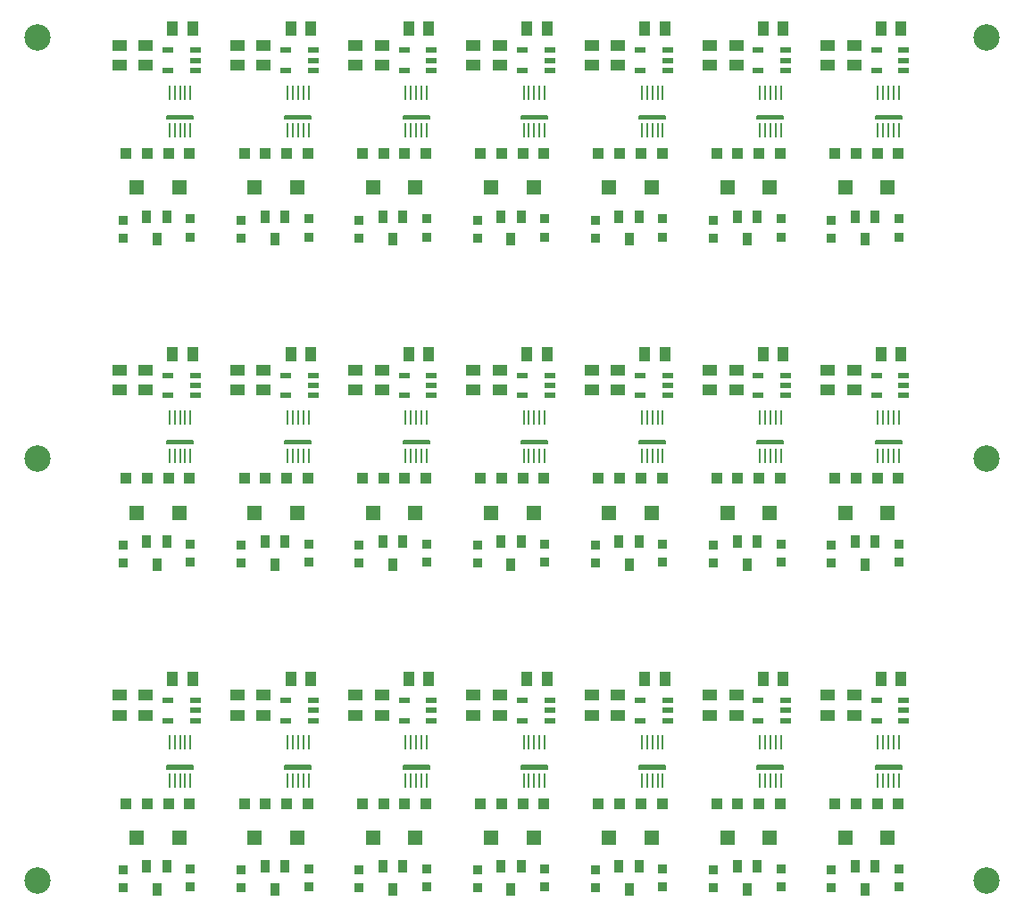
<source format=gtp>
G04 (created by PCBNEW (2013-08-09 BZR 4280)-product) date Fri 09 Aug 2013 07:25:22 PM CEST*
%MOIN*%
G04 Gerber Fmt 3.4, Leading zero omitted, Abs format*
%FSLAX34Y34*%
G01*
G70*
G90*
G04 APERTURE LIST*
%ADD10C,0.005906*%
%ADD11R,0.043307X0.022520*%
%ADD12R,0.034646X0.048504*%
%ADD13R,0.041536X0.041536*%
%ADD14R,0.055440X0.052008*%
%ADD15R,0.038104X0.034584*%
%ADD16R,0.051920X0.044968*%
%ADD17R,0.044968X0.051920*%
%ADD18R,0.010394X0.055433*%
%ADD19C,0.098425*%
G04 APERTURE END LIST*
G54D10*
G54D11*
X78523Y-62135D03*
X78523Y-61761D03*
X78523Y-61387D03*
X77500Y-61387D03*
X77500Y-62135D03*
G54D12*
X77460Y-67588D03*
X76712Y-67588D03*
X77086Y-68454D03*
G54D13*
X78317Y-65235D03*
X77529Y-65235D03*
G54D14*
X77923Y-66515D03*
G54D13*
X76732Y-65235D03*
X75944Y-65235D03*
G54D14*
X76338Y-66515D03*
G54D15*
X78346Y-68355D03*
X78346Y-67687D03*
X75826Y-67727D03*
X75826Y-68395D03*
G54D16*
X76673Y-61938D03*
X76673Y-61190D03*
G54D17*
X77677Y-60580D03*
X78425Y-60580D03*
G54D16*
X75688Y-61938D03*
X75688Y-61190D03*
G54D18*
X77559Y-64379D03*
X77755Y-64379D03*
X77952Y-64379D03*
X78149Y-64379D03*
X78346Y-64379D03*
X78346Y-62962D03*
X78149Y-62962D03*
X77952Y-62962D03*
X77755Y-62962D03*
X77559Y-62962D03*
G54D11*
X78523Y-49990D03*
X78523Y-49616D03*
X78523Y-49242D03*
X77500Y-49242D03*
X77500Y-49990D03*
G54D12*
X77460Y-55442D03*
X76712Y-55442D03*
X77086Y-56309D03*
G54D13*
X78317Y-53090D03*
X77529Y-53090D03*
G54D14*
X77923Y-54370D03*
G54D13*
X76732Y-53090D03*
X75944Y-53090D03*
G54D14*
X76338Y-54370D03*
G54D15*
X78346Y-56209D03*
X78346Y-55541D03*
X75826Y-55581D03*
X75826Y-56249D03*
G54D16*
X76673Y-49793D03*
X76673Y-49045D03*
G54D17*
X77677Y-48435D03*
X78425Y-48435D03*
G54D16*
X75688Y-49793D03*
X75688Y-49045D03*
G54D18*
X77559Y-52234D03*
X77755Y-52234D03*
X77952Y-52234D03*
X78149Y-52234D03*
X78346Y-52234D03*
X78346Y-50816D03*
X78149Y-50816D03*
X77952Y-50816D03*
X77755Y-50816D03*
X77559Y-50816D03*
G54D11*
X78523Y-37844D03*
X78523Y-37470D03*
X78523Y-37096D03*
X77500Y-37096D03*
X77500Y-37844D03*
G54D12*
X77460Y-43297D03*
X76712Y-43297D03*
X77086Y-44163D03*
G54D13*
X78317Y-40944D03*
X77529Y-40944D03*
G54D14*
X77923Y-42224D03*
G54D13*
X76732Y-40944D03*
X75944Y-40944D03*
G54D14*
X76338Y-42224D03*
G54D15*
X78346Y-44064D03*
X78346Y-43396D03*
X75826Y-43435D03*
X75826Y-44103D03*
G54D16*
X76673Y-37647D03*
X76673Y-36899D03*
G54D17*
X77677Y-36289D03*
X78425Y-36289D03*
G54D16*
X75688Y-37647D03*
X75688Y-36899D03*
G54D18*
X77559Y-40088D03*
X77755Y-40088D03*
X77952Y-40088D03*
X78149Y-40088D03*
X78346Y-40088D03*
X78346Y-38671D03*
X78149Y-38671D03*
X77952Y-38671D03*
X77755Y-38671D03*
X77559Y-38671D03*
X81968Y-40088D03*
X82165Y-40088D03*
X82362Y-40088D03*
X82559Y-40088D03*
X82755Y-40088D03*
X82755Y-38671D03*
X82559Y-38671D03*
X82362Y-38671D03*
X82165Y-38671D03*
X81968Y-38671D03*
G54D16*
X80098Y-37647D03*
X80098Y-36899D03*
G54D17*
X82086Y-36289D03*
X82834Y-36289D03*
G54D16*
X81082Y-37647D03*
X81082Y-36899D03*
G54D15*
X80236Y-43435D03*
X80236Y-44103D03*
X82755Y-44064D03*
X82755Y-43396D03*
G54D13*
X81142Y-40944D03*
X80354Y-40944D03*
G54D14*
X80748Y-42224D03*
G54D13*
X82726Y-40944D03*
X81938Y-40944D03*
G54D14*
X82332Y-42224D03*
G54D12*
X81870Y-43297D03*
X81122Y-43297D03*
X81496Y-44163D03*
G54D11*
X82933Y-37844D03*
X82933Y-37470D03*
X82933Y-37096D03*
X81909Y-37096D03*
X81909Y-37844D03*
G54D18*
X81968Y-52234D03*
X82165Y-52234D03*
X82362Y-52234D03*
X82559Y-52234D03*
X82755Y-52234D03*
X82755Y-50816D03*
X82559Y-50816D03*
X82362Y-50816D03*
X82165Y-50816D03*
X81968Y-50816D03*
G54D16*
X80098Y-49793D03*
X80098Y-49045D03*
G54D17*
X82086Y-48435D03*
X82834Y-48435D03*
G54D16*
X81082Y-49793D03*
X81082Y-49045D03*
G54D15*
X80236Y-55581D03*
X80236Y-56249D03*
X82755Y-56209D03*
X82755Y-55541D03*
G54D13*
X81142Y-53090D03*
X80354Y-53090D03*
G54D14*
X80748Y-54370D03*
G54D13*
X82726Y-53090D03*
X81938Y-53090D03*
G54D14*
X82332Y-54370D03*
G54D12*
X81870Y-55442D03*
X81122Y-55442D03*
X81496Y-56309D03*
G54D11*
X82933Y-49990D03*
X82933Y-49616D03*
X82933Y-49242D03*
X81909Y-49242D03*
X81909Y-49990D03*
G54D18*
X81968Y-64379D03*
X82165Y-64379D03*
X82362Y-64379D03*
X82559Y-64379D03*
X82755Y-64379D03*
X82755Y-62962D03*
X82559Y-62962D03*
X82362Y-62962D03*
X82165Y-62962D03*
X81968Y-62962D03*
G54D16*
X80098Y-61938D03*
X80098Y-61190D03*
G54D17*
X82086Y-60580D03*
X82834Y-60580D03*
G54D16*
X81082Y-61938D03*
X81082Y-61190D03*
G54D15*
X80236Y-67727D03*
X80236Y-68395D03*
X82755Y-68355D03*
X82755Y-67687D03*
G54D13*
X81142Y-65235D03*
X80354Y-65235D03*
G54D14*
X80748Y-66515D03*
G54D13*
X82726Y-65235D03*
X81938Y-65235D03*
G54D14*
X82332Y-66515D03*
G54D12*
X81870Y-67588D03*
X81122Y-67588D03*
X81496Y-68454D03*
G54D11*
X82933Y-62135D03*
X82933Y-61761D03*
X82933Y-61387D03*
X81909Y-61387D03*
X81909Y-62135D03*
X87342Y-62135D03*
X87342Y-61761D03*
X87342Y-61387D03*
X86318Y-61387D03*
X86318Y-62135D03*
G54D12*
X86279Y-67588D03*
X85531Y-67588D03*
X85905Y-68454D03*
G54D13*
X87136Y-65235D03*
X86348Y-65235D03*
G54D14*
X86742Y-66515D03*
G54D13*
X85551Y-65235D03*
X84763Y-65235D03*
G54D14*
X85157Y-66515D03*
G54D15*
X87165Y-68355D03*
X87165Y-67687D03*
X84645Y-67727D03*
X84645Y-68395D03*
G54D16*
X85492Y-61938D03*
X85492Y-61190D03*
G54D17*
X86496Y-60580D03*
X87244Y-60580D03*
G54D16*
X84507Y-61938D03*
X84507Y-61190D03*
G54D18*
X86377Y-64379D03*
X86574Y-64379D03*
X86771Y-64379D03*
X86968Y-64379D03*
X87165Y-64379D03*
X87165Y-62962D03*
X86968Y-62962D03*
X86771Y-62962D03*
X86574Y-62962D03*
X86377Y-62962D03*
G54D11*
X87342Y-49990D03*
X87342Y-49616D03*
X87342Y-49242D03*
X86318Y-49242D03*
X86318Y-49990D03*
G54D12*
X86279Y-55442D03*
X85531Y-55442D03*
X85905Y-56309D03*
G54D13*
X87136Y-53090D03*
X86348Y-53090D03*
G54D14*
X86742Y-54370D03*
G54D13*
X85551Y-53090D03*
X84763Y-53090D03*
G54D14*
X85157Y-54370D03*
G54D15*
X87165Y-56209D03*
X87165Y-55541D03*
X84645Y-55581D03*
X84645Y-56249D03*
G54D16*
X85492Y-49793D03*
X85492Y-49045D03*
G54D17*
X86496Y-48435D03*
X87244Y-48435D03*
G54D16*
X84507Y-49793D03*
X84507Y-49045D03*
G54D18*
X86377Y-52234D03*
X86574Y-52234D03*
X86771Y-52234D03*
X86968Y-52234D03*
X87165Y-52234D03*
X87165Y-50816D03*
X86968Y-50816D03*
X86771Y-50816D03*
X86574Y-50816D03*
X86377Y-50816D03*
G54D11*
X87342Y-37844D03*
X87342Y-37470D03*
X87342Y-37096D03*
X86318Y-37096D03*
X86318Y-37844D03*
G54D12*
X86279Y-43297D03*
X85531Y-43297D03*
X85905Y-44163D03*
G54D13*
X87136Y-40944D03*
X86348Y-40944D03*
G54D14*
X86742Y-42224D03*
G54D13*
X85551Y-40944D03*
X84763Y-40944D03*
G54D14*
X85157Y-42224D03*
G54D15*
X87165Y-44064D03*
X87165Y-43396D03*
X84645Y-43435D03*
X84645Y-44103D03*
G54D16*
X85492Y-37647D03*
X85492Y-36899D03*
G54D17*
X86496Y-36289D03*
X87244Y-36289D03*
G54D16*
X84507Y-37647D03*
X84507Y-36899D03*
G54D18*
X86377Y-40088D03*
X86574Y-40088D03*
X86771Y-40088D03*
X86968Y-40088D03*
X87165Y-40088D03*
X87165Y-38671D03*
X86968Y-38671D03*
X86771Y-38671D03*
X86574Y-38671D03*
X86377Y-38671D03*
X95196Y-40088D03*
X95393Y-40088D03*
X95590Y-40088D03*
X95787Y-40088D03*
X95984Y-40088D03*
X95984Y-38671D03*
X95787Y-38671D03*
X95590Y-38671D03*
X95393Y-38671D03*
X95196Y-38671D03*
G54D16*
X93326Y-37647D03*
X93326Y-36899D03*
G54D17*
X95314Y-36289D03*
X96062Y-36289D03*
G54D16*
X94311Y-37647D03*
X94311Y-36899D03*
G54D15*
X93464Y-43435D03*
X93464Y-44103D03*
X95984Y-44064D03*
X95984Y-43396D03*
G54D13*
X94370Y-40944D03*
X93582Y-40944D03*
G54D14*
X93976Y-42224D03*
G54D13*
X95955Y-40944D03*
X95167Y-40944D03*
G54D14*
X95561Y-42224D03*
G54D12*
X95098Y-43297D03*
X94350Y-43297D03*
X94724Y-44163D03*
G54D11*
X96161Y-37844D03*
X96161Y-37470D03*
X96161Y-37096D03*
X95137Y-37096D03*
X95137Y-37844D03*
G54D18*
X95196Y-52234D03*
X95393Y-52234D03*
X95590Y-52234D03*
X95787Y-52234D03*
X95984Y-52234D03*
X95984Y-50816D03*
X95787Y-50816D03*
X95590Y-50816D03*
X95393Y-50816D03*
X95196Y-50816D03*
G54D16*
X93326Y-49793D03*
X93326Y-49045D03*
G54D17*
X95314Y-48435D03*
X96062Y-48435D03*
G54D16*
X94311Y-49793D03*
X94311Y-49045D03*
G54D15*
X93464Y-55581D03*
X93464Y-56249D03*
X95984Y-56209D03*
X95984Y-55541D03*
G54D13*
X94370Y-53090D03*
X93582Y-53090D03*
G54D14*
X93976Y-54370D03*
G54D13*
X95955Y-53090D03*
X95167Y-53090D03*
G54D14*
X95561Y-54370D03*
G54D12*
X95098Y-55442D03*
X94350Y-55442D03*
X94724Y-56309D03*
G54D11*
X96161Y-49990D03*
X96161Y-49616D03*
X96161Y-49242D03*
X95137Y-49242D03*
X95137Y-49990D03*
G54D18*
X95196Y-64379D03*
X95393Y-64379D03*
X95590Y-64379D03*
X95787Y-64379D03*
X95984Y-64379D03*
X95984Y-62962D03*
X95787Y-62962D03*
X95590Y-62962D03*
X95393Y-62962D03*
X95196Y-62962D03*
G54D16*
X93326Y-61938D03*
X93326Y-61190D03*
G54D17*
X95314Y-60580D03*
X96062Y-60580D03*
G54D16*
X94311Y-61938D03*
X94311Y-61190D03*
G54D15*
X93464Y-67727D03*
X93464Y-68395D03*
X95984Y-68355D03*
X95984Y-67687D03*
G54D13*
X94370Y-65235D03*
X93582Y-65235D03*
G54D14*
X93976Y-66515D03*
G54D13*
X95955Y-65235D03*
X95167Y-65235D03*
G54D14*
X95561Y-66515D03*
G54D12*
X95098Y-67588D03*
X94350Y-67588D03*
X94724Y-68454D03*
G54D11*
X96161Y-62135D03*
X96161Y-61761D03*
X96161Y-61387D03*
X95137Y-61387D03*
X95137Y-62135D03*
X91751Y-62135D03*
X91751Y-61761D03*
X91751Y-61387D03*
X90728Y-61387D03*
X90728Y-62135D03*
G54D12*
X90688Y-67588D03*
X89940Y-67588D03*
X90314Y-68454D03*
G54D13*
X91545Y-65235D03*
X90757Y-65235D03*
G54D14*
X91151Y-66515D03*
G54D13*
X89960Y-65235D03*
X89172Y-65235D03*
G54D14*
X89566Y-66515D03*
G54D15*
X91574Y-68355D03*
X91574Y-67687D03*
X89055Y-67727D03*
X89055Y-68395D03*
G54D16*
X89901Y-61938D03*
X89901Y-61190D03*
G54D17*
X90905Y-60580D03*
X91653Y-60580D03*
G54D16*
X88917Y-61938D03*
X88917Y-61190D03*
G54D18*
X90787Y-64379D03*
X90984Y-64379D03*
X91181Y-64379D03*
X91377Y-64379D03*
X91574Y-64379D03*
X91574Y-62962D03*
X91377Y-62962D03*
X91181Y-62962D03*
X90984Y-62962D03*
X90787Y-62962D03*
G54D11*
X91751Y-49990D03*
X91751Y-49616D03*
X91751Y-49242D03*
X90728Y-49242D03*
X90728Y-49990D03*
G54D12*
X90688Y-55442D03*
X89940Y-55442D03*
X90314Y-56309D03*
G54D13*
X91545Y-53090D03*
X90757Y-53090D03*
G54D14*
X91151Y-54370D03*
G54D13*
X89960Y-53090D03*
X89172Y-53090D03*
G54D14*
X89566Y-54370D03*
G54D15*
X91574Y-56209D03*
X91574Y-55541D03*
X89055Y-55581D03*
X89055Y-56249D03*
G54D16*
X89901Y-49793D03*
X89901Y-49045D03*
G54D17*
X90905Y-48435D03*
X91653Y-48435D03*
G54D16*
X88917Y-49793D03*
X88917Y-49045D03*
G54D18*
X90787Y-52234D03*
X90984Y-52234D03*
X91181Y-52234D03*
X91377Y-52234D03*
X91574Y-52234D03*
X91574Y-50816D03*
X91377Y-50816D03*
X91181Y-50816D03*
X90984Y-50816D03*
X90787Y-50816D03*
G54D11*
X91751Y-37844D03*
X91751Y-37470D03*
X91751Y-37096D03*
X90728Y-37096D03*
X90728Y-37844D03*
G54D12*
X90688Y-43297D03*
X89940Y-43297D03*
X90314Y-44163D03*
G54D13*
X91545Y-40944D03*
X90757Y-40944D03*
G54D14*
X91151Y-42224D03*
G54D13*
X89960Y-40944D03*
X89172Y-40944D03*
G54D14*
X89566Y-42224D03*
G54D15*
X91574Y-44064D03*
X91574Y-43396D03*
X89055Y-43435D03*
X89055Y-44103D03*
G54D16*
X89901Y-37647D03*
X89901Y-36899D03*
G54D17*
X90905Y-36289D03*
X91653Y-36289D03*
G54D16*
X88917Y-37647D03*
X88917Y-36899D03*
G54D18*
X90787Y-40088D03*
X90984Y-40088D03*
X91181Y-40088D03*
X91377Y-40088D03*
X91574Y-40088D03*
X91574Y-38671D03*
X91377Y-38671D03*
X91181Y-38671D03*
X90984Y-38671D03*
X90787Y-38671D03*
X99606Y-40088D03*
X99803Y-40088D03*
X100000Y-40088D03*
X100196Y-40088D03*
X100393Y-40088D03*
X100393Y-38671D03*
X100196Y-38671D03*
X100000Y-38671D03*
X99803Y-38671D03*
X99606Y-38671D03*
G54D16*
X97736Y-37647D03*
X97736Y-36899D03*
G54D17*
X99724Y-36289D03*
X100472Y-36289D03*
G54D16*
X98720Y-37647D03*
X98720Y-36899D03*
G54D15*
X97874Y-43435D03*
X97874Y-44103D03*
X100393Y-44064D03*
X100393Y-43396D03*
G54D13*
X98779Y-40944D03*
X97991Y-40944D03*
G54D14*
X98385Y-42224D03*
G54D13*
X100364Y-40944D03*
X99576Y-40944D03*
G54D14*
X99970Y-42224D03*
G54D12*
X99507Y-43297D03*
X98759Y-43297D03*
X99133Y-44163D03*
G54D11*
X100570Y-37844D03*
X100570Y-37470D03*
X100570Y-37096D03*
X99547Y-37096D03*
X99547Y-37844D03*
G54D18*
X99606Y-52234D03*
X99803Y-52234D03*
X100000Y-52234D03*
X100196Y-52234D03*
X100393Y-52234D03*
X100393Y-50816D03*
X100196Y-50816D03*
X100000Y-50816D03*
X99803Y-50816D03*
X99606Y-50816D03*
G54D16*
X97736Y-49793D03*
X97736Y-49045D03*
G54D17*
X99724Y-48435D03*
X100472Y-48435D03*
G54D16*
X98720Y-49793D03*
X98720Y-49045D03*
G54D15*
X97874Y-55581D03*
X97874Y-56249D03*
X100393Y-56209D03*
X100393Y-55541D03*
G54D13*
X98779Y-53090D03*
X97991Y-53090D03*
G54D14*
X98385Y-54370D03*
G54D13*
X100364Y-53090D03*
X99576Y-53090D03*
G54D14*
X99970Y-54370D03*
G54D12*
X99507Y-55442D03*
X98759Y-55442D03*
X99133Y-56309D03*
G54D11*
X100570Y-49990D03*
X100570Y-49616D03*
X100570Y-49242D03*
X99547Y-49242D03*
X99547Y-49990D03*
G54D18*
X99606Y-64379D03*
X99803Y-64379D03*
X100000Y-64379D03*
X100196Y-64379D03*
X100393Y-64379D03*
X100393Y-62962D03*
X100196Y-62962D03*
X100000Y-62962D03*
X99803Y-62962D03*
X99606Y-62962D03*
G54D16*
X97736Y-61938D03*
X97736Y-61190D03*
G54D17*
X99724Y-60580D03*
X100472Y-60580D03*
G54D16*
X98720Y-61938D03*
X98720Y-61190D03*
G54D15*
X97874Y-67727D03*
X97874Y-68395D03*
X100393Y-68355D03*
X100393Y-67687D03*
G54D13*
X98779Y-65235D03*
X97991Y-65235D03*
G54D14*
X98385Y-66515D03*
G54D13*
X100364Y-65235D03*
X99576Y-65235D03*
G54D14*
X99970Y-66515D03*
G54D12*
X99507Y-67588D03*
X98759Y-67588D03*
X99133Y-68454D03*
G54D11*
X100570Y-62135D03*
X100570Y-61761D03*
X100570Y-61387D03*
X99547Y-61387D03*
X99547Y-62135D03*
X104980Y-62135D03*
X104980Y-61761D03*
X104980Y-61387D03*
X103956Y-61387D03*
X103956Y-62135D03*
G54D12*
X103917Y-67588D03*
X103169Y-67588D03*
X103543Y-68454D03*
G54D13*
X104773Y-65235D03*
X103985Y-65235D03*
G54D14*
X104379Y-66515D03*
G54D13*
X103189Y-65235D03*
X102401Y-65235D03*
G54D14*
X102795Y-66515D03*
G54D15*
X104803Y-68355D03*
X104803Y-67687D03*
X102283Y-67727D03*
X102283Y-68395D03*
G54D16*
X103129Y-61938D03*
X103129Y-61190D03*
G54D17*
X104133Y-60580D03*
X104881Y-60580D03*
G54D16*
X102145Y-61938D03*
X102145Y-61190D03*
G54D18*
X104015Y-64379D03*
X104212Y-64379D03*
X104409Y-64379D03*
X104606Y-64379D03*
X104803Y-64379D03*
X104803Y-62962D03*
X104606Y-62962D03*
X104409Y-62962D03*
X104212Y-62962D03*
X104015Y-62962D03*
G54D11*
X104980Y-49990D03*
X104980Y-49616D03*
X104980Y-49242D03*
X103956Y-49242D03*
X103956Y-49990D03*
G54D12*
X103917Y-55442D03*
X103169Y-55442D03*
X103543Y-56309D03*
G54D13*
X104773Y-53090D03*
X103985Y-53090D03*
G54D14*
X104379Y-54370D03*
G54D13*
X103189Y-53090D03*
X102401Y-53090D03*
G54D14*
X102795Y-54370D03*
G54D15*
X104803Y-56209D03*
X104803Y-55541D03*
X102283Y-55581D03*
X102283Y-56249D03*
G54D16*
X103129Y-49793D03*
X103129Y-49045D03*
G54D17*
X104133Y-48435D03*
X104881Y-48435D03*
G54D16*
X102145Y-49793D03*
X102145Y-49045D03*
G54D18*
X104015Y-52234D03*
X104212Y-52234D03*
X104409Y-52234D03*
X104606Y-52234D03*
X104803Y-52234D03*
X104803Y-50816D03*
X104606Y-50816D03*
X104409Y-50816D03*
X104212Y-50816D03*
X104015Y-50816D03*
G54D11*
X104980Y-37844D03*
X104980Y-37470D03*
X104980Y-37096D03*
X103956Y-37096D03*
X103956Y-37844D03*
G54D12*
X103917Y-43297D03*
X103169Y-43297D03*
X103543Y-44163D03*
G54D13*
X104773Y-40944D03*
X103985Y-40944D03*
G54D14*
X104379Y-42224D03*
G54D13*
X103189Y-40944D03*
X102401Y-40944D03*
G54D14*
X102795Y-42224D03*
G54D15*
X104803Y-44064D03*
X104803Y-43396D03*
X102283Y-43435D03*
X102283Y-44103D03*
G54D16*
X103129Y-37647D03*
X103129Y-36899D03*
G54D17*
X104133Y-36289D03*
X104881Y-36289D03*
G54D16*
X102145Y-37647D03*
X102145Y-36899D03*
G54D18*
X104015Y-40088D03*
X104212Y-40088D03*
X104409Y-40088D03*
X104606Y-40088D03*
X104803Y-40088D03*
X104803Y-38671D03*
X104606Y-38671D03*
X104409Y-38671D03*
X104212Y-38671D03*
X104015Y-38671D03*
G54D19*
X108070Y-52362D03*
X72637Y-52362D03*
X72637Y-36614D03*
X72637Y-68110D03*
X108070Y-36614D03*
X108070Y-68110D03*
G54D10*
G36*
X104891Y-39641D02*
X103927Y-39641D01*
X103927Y-39535D01*
X104891Y-39535D01*
X104891Y-39641D01*
X104891Y-39641D01*
G37*
X104891Y-39641D02*
X103927Y-39641D01*
X103927Y-39535D01*
X104891Y-39535D01*
X104891Y-39641D01*
G36*
X104891Y-51787D02*
X103927Y-51787D01*
X103927Y-51681D01*
X104891Y-51681D01*
X104891Y-51787D01*
X104891Y-51787D01*
G37*
X104891Y-51787D02*
X103927Y-51787D01*
X103927Y-51681D01*
X104891Y-51681D01*
X104891Y-51787D01*
G36*
X104891Y-63933D02*
X103927Y-63933D01*
X103927Y-63826D01*
X104891Y-63826D01*
X104891Y-63933D01*
X104891Y-63933D01*
G37*
X104891Y-63933D02*
X103927Y-63933D01*
X103927Y-63826D01*
X104891Y-63826D01*
X104891Y-63933D01*
G36*
X100482Y-39641D02*
X99517Y-39641D01*
X99517Y-39535D01*
X100482Y-39535D01*
X100482Y-39641D01*
X100482Y-39641D01*
G37*
X100482Y-39641D02*
X99517Y-39641D01*
X99517Y-39535D01*
X100482Y-39535D01*
X100482Y-39641D01*
G36*
X100482Y-51787D02*
X99517Y-51787D01*
X99517Y-51681D01*
X100482Y-51681D01*
X100482Y-51787D01*
X100482Y-51787D01*
G37*
X100482Y-51787D02*
X99517Y-51787D01*
X99517Y-51681D01*
X100482Y-51681D01*
X100482Y-51787D01*
G36*
X100482Y-63933D02*
X99517Y-63933D01*
X99517Y-63826D01*
X100482Y-63826D01*
X100482Y-63933D01*
X100482Y-63933D01*
G37*
X100482Y-63933D02*
X99517Y-63933D01*
X99517Y-63826D01*
X100482Y-63826D01*
X100482Y-63933D01*
G36*
X96072Y-39641D02*
X95108Y-39641D01*
X95108Y-39535D01*
X96072Y-39535D01*
X96072Y-39641D01*
X96072Y-39641D01*
G37*
X96072Y-39641D02*
X95108Y-39641D01*
X95108Y-39535D01*
X96072Y-39535D01*
X96072Y-39641D01*
G36*
X96072Y-51787D02*
X95108Y-51787D01*
X95108Y-51681D01*
X96072Y-51681D01*
X96072Y-51787D01*
X96072Y-51787D01*
G37*
X96072Y-51787D02*
X95108Y-51787D01*
X95108Y-51681D01*
X96072Y-51681D01*
X96072Y-51787D01*
G36*
X96072Y-63933D02*
X95108Y-63933D01*
X95108Y-63826D01*
X96072Y-63826D01*
X96072Y-63933D01*
X96072Y-63933D01*
G37*
X96072Y-63933D02*
X95108Y-63933D01*
X95108Y-63826D01*
X96072Y-63826D01*
X96072Y-63933D01*
G36*
X91663Y-39641D02*
X90698Y-39641D01*
X90698Y-39535D01*
X91663Y-39535D01*
X91663Y-39641D01*
X91663Y-39641D01*
G37*
X91663Y-39641D02*
X90698Y-39641D01*
X90698Y-39535D01*
X91663Y-39535D01*
X91663Y-39641D01*
G36*
X91663Y-51787D02*
X90698Y-51787D01*
X90698Y-51681D01*
X91663Y-51681D01*
X91663Y-51787D01*
X91663Y-51787D01*
G37*
X91663Y-51787D02*
X90698Y-51787D01*
X90698Y-51681D01*
X91663Y-51681D01*
X91663Y-51787D01*
G36*
X91663Y-63933D02*
X90698Y-63933D01*
X90698Y-63826D01*
X91663Y-63826D01*
X91663Y-63933D01*
X91663Y-63933D01*
G37*
X91663Y-63933D02*
X90698Y-63933D01*
X90698Y-63826D01*
X91663Y-63826D01*
X91663Y-63933D01*
G36*
X87253Y-39641D02*
X86289Y-39641D01*
X86289Y-39535D01*
X87253Y-39535D01*
X87253Y-39641D01*
X87253Y-39641D01*
G37*
X87253Y-39641D02*
X86289Y-39641D01*
X86289Y-39535D01*
X87253Y-39535D01*
X87253Y-39641D01*
G36*
X87253Y-51787D02*
X86289Y-51787D01*
X86289Y-51681D01*
X87253Y-51681D01*
X87253Y-51787D01*
X87253Y-51787D01*
G37*
X87253Y-51787D02*
X86289Y-51787D01*
X86289Y-51681D01*
X87253Y-51681D01*
X87253Y-51787D01*
G36*
X87253Y-63933D02*
X86289Y-63933D01*
X86289Y-63826D01*
X87253Y-63826D01*
X87253Y-63933D01*
X87253Y-63933D01*
G37*
X87253Y-63933D02*
X86289Y-63933D01*
X86289Y-63826D01*
X87253Y-63826D01*
X87253Y-63933D01*
G36*
X82844Y-39641D02*
X81879Y-39641D01*
X81879Y-39535D01*
X82844Y-39535D01*
X82844Y-39641D01*
X82844Y-39641D01*
G37*
X82844Y-39641D02*
X81879Y-39641D01*
X81879Y-39535D01*
X82844Y-39535D01*
X82844Y-39641D01*
G36*
X82844Y-51787D02*
X81879Y-51787D01*
X81879Y-51681D01*
X82844Y-51681D01*
X82844Y-51787D01*
X82844Y-51787D01*
G37*
X82844Y-51787D02*
X81879Y-51787D01*
X81879Y-51681D01*
X82844Y-51681D01*
X82844Y-51787D01*
G36*
X82844Y-63933D02*
X81879Y-63933D01*
X81879Y-63826D01*
X82844Y-63826D01*
X82844Y-63933D01*
X82844Y-63933D01*
G37*
X82844Y-63933D02*
X81879Y-63933D01*
X81879Y-63826D01*
X82844Y-63826D01*
X82844Y-63933D01*
G36*
X78435Y-39641D02*
X77470Y-39641D01*
X77470Y-39535D01*
X78435Y-39535D01*
X78435Y-39641D01*
X78435Y-39641D01*
G37*
X78435Y-39641D02*
X77470Y-39641D01*
X77470Y-39535D01*
X78435Y-39535D01*
X78435Y-39641D01*
G36*
X78435Y-51787D02*
X77470Y-51787D01*
X77470Y-51681D01*
X78435Y-51681D01*
X78435Y-51787D01*
X78435Y-51787D01*
G37*
X78435Y-51787D02*
X77470Y-51787D01*
X77470Y-51681D01*
X78435Y-51681D01*
X78435Y-51787D01*
G36*
X78435Y-63933D02*
X77470Y-63933D01*
X77470Y-63826D01*
X78435Y-63826D01*
X78435Y-63933D01*
X78435Y-63933D01*
G37*
X78435Y-63933D02*
X77470Y-63933D01*
X77470Y-63826D01*
X78435Y-63826D01*
X78435Y-63933D01*
M02*

</source>
